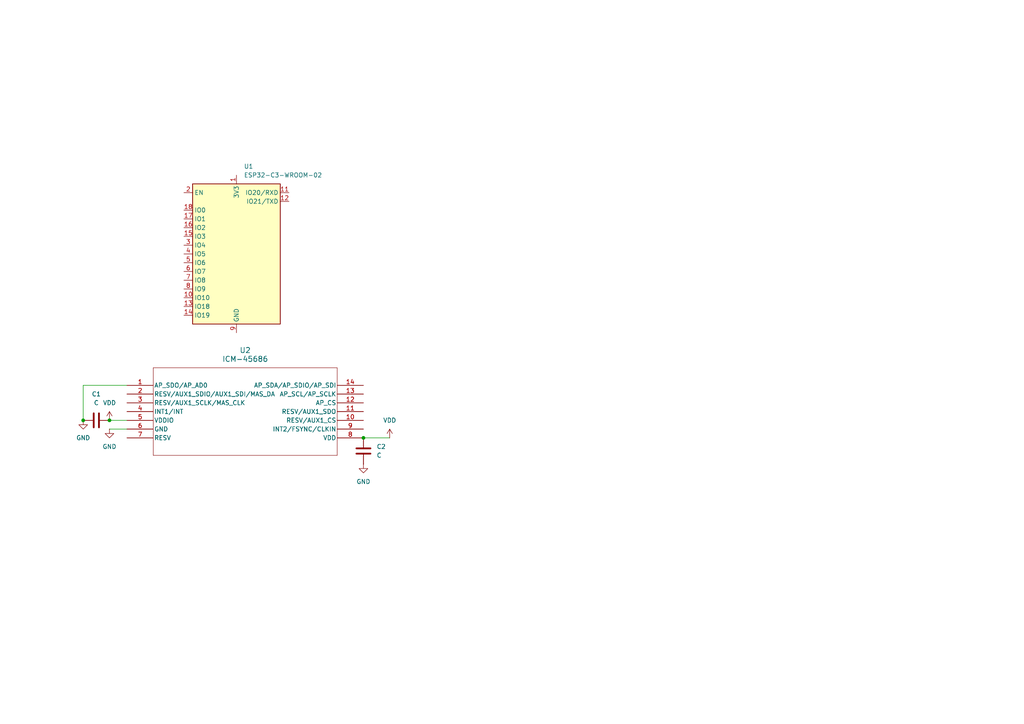
<source format=kicad_sch>
(kicad_sch (version 20250114) (generator "eeschema") (generator_version "9.0")
  (paper "A4")
  (lib_symbols
    (symbol "Device:C" (pin_numbers (hide yes)) (pin_names (offset 0.254))
      (property "Reference" "C" (at 0.635 2.54 0))
      (property "Value" "C" (at 0.635 -2.54 0))
      (symbol "C_0_1"
        (polyline (pts (xy -2.032 0.762) (xy 2.032 0.762)) (stroke (width 0.508)))
        (polyline (pts (xy -2.032 -0.762) (xy 2.032 -0.762)) (stroke (width 0.508)))
      )
      (symbol "C_1_1"
        (pin passive line (at 0 3.81 270) (length 2.794) (name "~") (number "1"))
        (pin passive line (at 0 -3.81 90) (length 2.794) (name "~") (number "2"))
      )
    )
    (symbol "RF_Module:ESP32-C3-WROOM-02"
      (property "Reference" "U" (at -12.192 21.336 0))
      (property "Value" "ESP32-C3-WROOM-02" (at 12.192 21.336 0))
      (symbol "ESP32-C3-WROOM-02_1_1"
        (rectangle (start -12.7 20.32) (end 12.7 -20.32) (stroke (width 0.254)) (fill (type background)))
        (pin input line (at -15.24 17.78 0) (length 2.54) (name "EN") (number "2"))
        (pin bidirectional line (at -15.24 12.7 0) (length 2.54) (name "IO0") (number "18"))
        (pin bidirectional line (at -15.24 10.16 0) (length 2.54) (name "IO1") (number "17"))
        (pin bidirectional line (at -15.24 7.62 0) (length 2.54) (name "IO2") (number "16"))
        (pin bidirectional line (at -15.24 5.08 0) (length 2.54) (name "IO3") (number "15"))
        (pin bidirectional line (at -15.24 2.54 0) (length 2.54) (name "IO4") (number "3"))
        (pin bidirectional line (at -15.24 0 0) (length 2.54) (name "IO5") (number "4"))
        (pin bidirectional line (at -15.24 -2.54 0) (length 2.54) (name "IO6") (number "5"))
        (pin bidirectional line (at -15.24 -5.08 0) (length 2.54) (name "IO7") (number "6"))
        (pin bidirectional line (at -15.24 -7.62 0) (length 2.54) (name "IO8") (number "7"))
        (pin bidirectional line (at -15.24 -10.16 0) (length 2.54) (name "IO9") (number "8"))
        (pin bidirectional line (at -15.24 -12.7 0) (length 2.54) (name "IO10") (number "10"))
        (pin bidirectional line (at -15.24 -15.24 0) (length 2.54) (name "IO18") (number "13"))
        (pin bidirectional line (at -15.24 -17.78 0) (length 2.54) (name "IO19") (number "14"))
        (pin power_in line (at 0 22.86 270) (length 2.54) (name "3V3") (number "1"))
        (pin passive line (at 0 -22.86 90) (length 2.54) (hide yes) (name "GND") (number "19"))
        (pin power_in line (at 0 -22.86 90) (length 2.54) (name "GND") (number "9"))
        (pin bidirectional line (at 15.24 17.78 180) (length 2.54) (name "IO20/RXD") (number "11"))
        (pin bidirectional line (at 15.24 15.24 180) (length 2.54) (name "IO21/TXD") (number "12"))
      )
    )
    (symbol "jisaku:ICM-45686" (pin_names (offset 0.254))
      (property "Reference" "U" (at 33.274 9.398 0))
      (property "Value" "ICM-45686" (at 33.274 6.858 0))
      (symbol "ICM-45686_0_1"
        (polyline (pts (xy 7.62 5.08) (xy 7.62 -20.32)) (stroke (width 0.127)))
        (polyline (pts (xy 7.62 -20.32) (xy 60.96 -20.32)) (stroke (width 0.127)))
        (polyline (pts (xy 60.96 5.08) (xy 7.62 5.08)) (stroke (width 0.127)))
        (polyline (pts (xy 60.96 -20.32) (xy 60.96 5.08)) (stroke (width 0.127)))
        (pin bidirectional line (at 0 0 0) (length 7.62) (name "AP_SDO/AP_AD0") (number "1"))
        (pin bidirectional line (at 0 -2.54 0) (length 7.62) (name "RESV/AUX1_SDIO/AUX1_SDI/MAS_DA") (number "2"))
        (pin bidirectional line (at 0 -5.08 0) (length 7.62) (name "RESV/AUX1_SCLK/MAS_CLK") (number "3"))
        (pin input line (at 0 -7.62 0) (length 7.62) (name "INT1/INT") (number "4"))
        (pin power_in line (at 0 -10.16 0) (length 7.62) (name "VDDIO") (number "5"))
        (pin power_out line (at 0 -12.7 0) (length 7.62) (name "GND") (number "6"))
        (pin unspecified line (at 0 -15.24 0) (length 7.62) (name "RESV") (number "7"))
        (pin unspecified line (at 68.58 0 180) (length 7.62) (name "AP_SDA/AP_SDIO/AP_SDI") (number "14"))
        (pin unspecified line (at 68.58 -2.54 180) (length 7.62) (name "AP_SCL/AP_SCLK") (number "13"))
        (pin unspecified line (at 68.58 -5.08 180) (length 7.62) (name "AP_CS") (number "12"))
        (pin bidirectional line (at 68.58 -7.62 180) (length 7.62) (name "RESV/AUX1_SDO") (number "11"))
        (pin bidirectional line (at 68.58 -10.16 180) (length 7.62) (name "RESV/AUX1_CS") (number "10"))
        (pin input line (at 68.58 -12.7 180) (length 7.62) (name "INT2/FSYNC/CLKIN") (number "9"))
        (pin power_in line (at 68.58 -15.24 180) (length 7.62) (name "VDD") (number "8"))
      )
    )
    (symbol "power:GND" (power) (pin_numbers (hide yes)) (pin_names (offset 0) (hide yes))
      (property "Value" "GND" (at 0 -3.81 0))
      (symbol "GND_0_1"
        (polyline (pts (xy 0 0) (xy 0 -1.27) (xy 1.27 -1.27) (xy 0 -2.54) (xy -1.27 -1.27) (xy 0 -1.27)))
      )
      (symbol "GND_1_1"
        (pin power_in line (at 0 0 270) (length 0) (name "~") (number "1"))
      )
    )
    (symbol "power:VDD" (power) (pin_numbers (hide yes)) (pin_names (offset 0) (hide yes))
      (property "Value" "VDD" (at 0 3.556 0))
      (symbol "VDD_0_1"
        (polyline (pts (xy -0.762 1.27) (xy 0 2.54)))
        (polyline (pts (xy 0 2.54) (xy 0.762 1.27)))
        (polyline (pts (xy 0 0) (xy 0 2.54)))
      )
      (symbol "VDD_1_1"
        (pin power_in line (at 0 0 90) (length 0) (name "~") (number "1"))
      )
    )
  )
  (junction (at 31.75 121.92))
  (junction (at 105.41 127))
  (junction (at 24.13 121.92))
  (wire (pts (xy 24.13 111.76) (xy 24.13 121.92)))
  (wire (pts (xy 105.41 127) (xy 113.03 127)))
  (wire (pts (xy 31.75 124.46) (xy 36.83 124.46)))
  (wire (pts (xy 31.75 121.92) (xy 36.83 121.92)))
  (wire (pts (xy 36.83 111.76) (xy 24.13 111.76)))
  (symbol (lib_id "RF_Module:ESP32-C3-WROOM-02") (at 68.58 73.66 0) (unit 1)
    (property "Reference" "U1" (at 70.7233 48.26 0) (effects (justify left)))
    (property "Value" "ESP32-C3-WROOM-02" (at 70.7233 50.8 0) (effects (justify left)))
    (property "Footprint" "RF_Module:ESP32-C3-WROOM-02" (effects (hide yes)))
    (property "Datasheet" "https://www.espressif.com/sites/default/files/documentation/esp32-c3-wroom-02_datasheet_en.pdf" (effects (hide yes)))
    (property "Description" "802.11 b/g/n Wi­Fi and Bluetooth 5 module, ESP32­C3 SoC, RISC­V microprocessor, On-board antenna" (effects (hide yes)))
  )
  (symbol (lib_id "Device:C") (at 105.41 130.81 180) (unit 1)
    (property "Reference" "C2" (at 109.22 129.5399 0) (effects (justify right)))
    (property "Value" "C" (at 109.22 132.0799 0) (effects (justify right)))
    (property "Description" "Unpolarized capacitor" (effects (hide yes)))
  )
  (symbol (lib_id "power:GND") (at 105.41 134.62 0) (unit 1)
    (property "Reference" "#PWR02" (effects (hide yes)))
    (property "Value" "GND" (at 105.41 139.7 0))
    (property "Description" "Power symbol creates a global label with name \"GND\" , ground" (effects (hide yes)))
  )
  (symbol (lib_id "power:VDD") (at 31.75 121.92 0) (unit 1)
    (property "Reference" "#PWR05" (effects (hide yes)))
    (property "Value" "VDD" (at 31.75 116.84 0))
    (property "Description" "Power symbol creates a global label with name \"VDD\"" (effects (hide yes)))
  )
  (symbol (lib_id "power:GND") (at 24.13 121.92 0) (unit 1)
    (property "Reference" "#PWR03" (effects (hide yes)))
    (property "Value" "GND" (at 24.13 127 0))
    (property "Description" "Power symbol creates a global label with name \"GND\" , ground" (effects (hide yes)))
  )
  (symbol (lib_id "power:VDD") (at 113.03 127 0) (unit 1)
    (property "Reference" "#PWR04" (effects (hide yes)))
    (property "Value" "VDD" (at 113.03 121.92 0))
    (property "Description" "Power symbol creates a global label with name \"VDD\"" (effects (hide yes)))
  )
  (symbol (lib_id "power:GND") (at 31.75 124.46 0) (unit 1)
    (property "Reference" "#PWR01" (effects (hide yes)))
    (property "Value" "GND" (at 31.75 129.54 0))
    (property "Description" "Power symbol creates a global label with name \"GND\" , ground" (effects (hide yes)))
  )
  (symbol (lib_id "Device:C") (at 27.94 121.92 90) (unit 1)
    (property "Reference" "C1" (at 27.94 114.3 90))
    (property "Value" "C" (at 27.94 116.84 90))
    (property "Description" "Unpolarized capacitor" (effects (hide yes)))
  )
  (symbol (lib_id "jisaku:ICM-45686") (at 36.83 111.76 0) (unit 1)
    (property "Reference" "U2" (at 71.12 101.6 0) (effects (font (size 1.524 1.524))))
    (property "Value" "ICM-45686" (at 71.12 104.14 0) (effects (font (size 1.524 1.524))))
    (property "Footprint" "jisaku:U_2p5X3X0p81_LGA14L_TDK" (effects (hide yes)))
    (property "Datasheet" "ICM-45686" (effects (hide yes)))
  )
)
</source>
